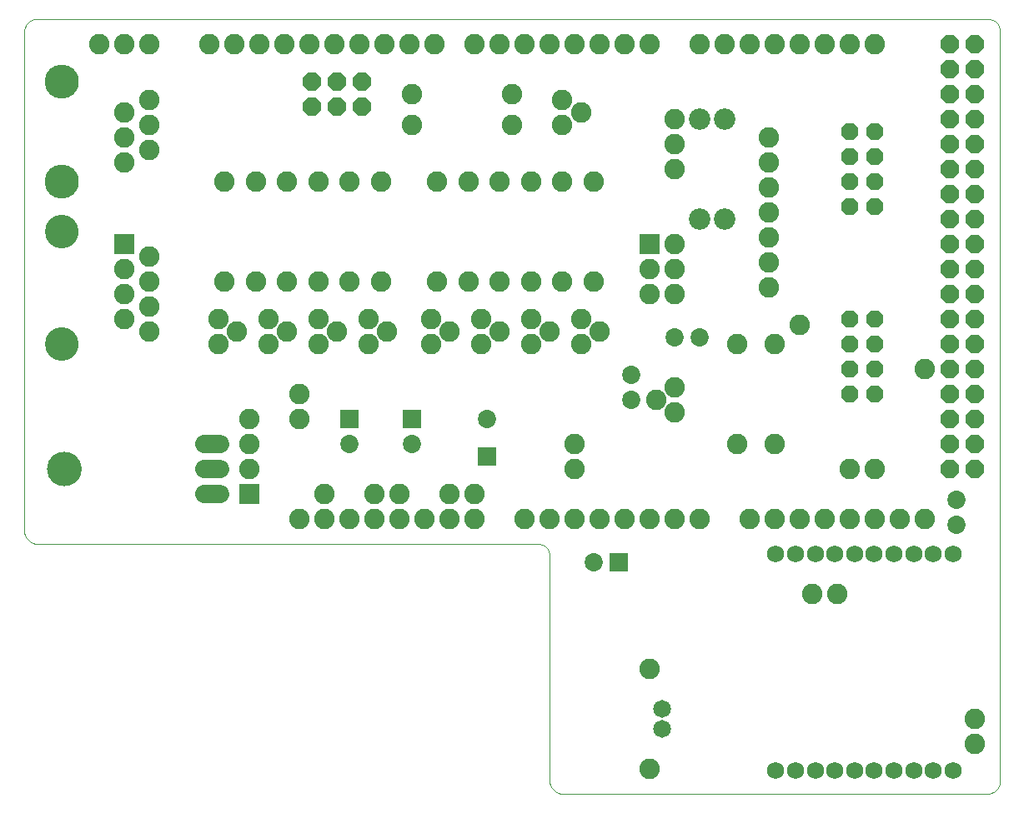
<source format=gbs>
G75*
G70*
%OFA0B0*%
%FSLAX24Y24*%
%IPPOS*%
%LPD*%
%AMOC8*
5,1,8,0,0,1.08239X$1,22.5*
%
%ADD10C,0.0000*%
%ADD11C,0.0820*%
%ADD12R,0.0820X0.0820*%
%ADD13C,0.1340*%
%ADD14C,0.0730*%
%ADD15OC8,0.0720*%
%ADD16C,0.1360*%
%ADD17OC8,0.0680*%
%ADD18C,0.0720*%
%ADD19C,0.1380*%
%ADD20C,0.0714*%
%ADD21C,0.0680*%
%ADD22R,0.0730X0.0730*%
%ADD23C,0.0860*%
D10*
X003392Y011175D02*
X023392Y011175D01*
X023436Y011173D01*
X023479Y011167D01*
X023521Y011158D01*
X023563Y011145D01*
X023603Y011128D01*
X023642Y011108D01*
X023679Y011085D01*
X023713Y011058D01*
X023746Y011029D01*
X023775Y010996D01*
X023802Y010962D01*
X023825Y010925D01*
X023845Y010886D01*
X023862Y010846D01*
X023875Y010804D01*
X023884Y010762D01*
X023890Y010719D01*
X023892Y010675D01*
X023892Y001675D01*
X023894Y001631D01*
X023900Y001588D01*
X023909Y001546D01*
X023922Y001504D01*
X023939Y001464D01*
X023959Y001425D01*
X023982Y001388D01*
X024009Y001354D01*
X024038Y001321D01*
X024071Y001292D01*
X024105Y001265D01*
X024142Y001242D01*
X024181Y001222D01*
X024221Y001205D01*
X024263Y001192D01*
X024305Y001183D01*
X024348Y001177D01*
X024392Y001175D01*
X041392Y001175D01*
X041436Y001177D01*
X041479Y001183D01*
X041521Y001192D01*
X041563Y001205D01*
X041603Y001222D01*
X041642Y001242D01*
X041679Y001265D01*
X041713Y001292D01*
X041746Y001321D01*
X041775Y001354D01*
X041802Y001388D01*
X041825Y001425D01*
X041845Y001464D01*
X041862Y001504D01*
X041875Y001546D01*
X041884Y001588D01*
X041890Y001631D01*
X041892Y001675D01*
X041892Y031675D01*
X041890Y031719D01*
X041884Y031762D01*
X041875Y031804D01*
X041862Y031846D01*
X041845Y031886D01*
X041825Y031925D01*
X041802Y031962D01*
X041775Y031996D01*
X041746Y032029D01*
X041713Y032058D01*
X041679Y032085D01*
X041642Y032108D01*
X041603Y032128D01*
X041563Y032145D01*
X041521Y032158D01*
X041479Y032167D01*
X041436Y032173D01*
X041392Y032175D01*
X003392Y032175D01*
X003348Y032173D01*
X003305Y032167D01*
X003263Y032158D01*
X003221Y032145D01*
X003181Y032128D01*
X003142Y032108D01*
X003105Y032085D01*
X003071Y032058D01*
X003038Y032029D01*
X003009Y031996D01*
X002982Y031962D01*
X002959Y031925D01*
X002939Y031886D01*
X002922Y031846D01*
X002909Y031804D01*
X002900Y031762D01*
X002894Y031719D01*
X002892Y031675D01*
X002892Y011675D01*
X002894Y011631D01*
X002900Y011588D01*
X002909Y011546D01*
X002922Y011504D01*
X002939Y011464D01*
X002959Y011425D01*
X002982Y011388D01*
X003009Y011354D01*
X003038Y011321D01*
X003071Y011292D01*
X003105Y011265D01*
X003142Y011242D01*
X003181Y011222D01*
X003221Y011205D01*
X003263Y011192D01*
X003305Y011183D01*
X003348Y011177D01*
X003392Y011175D01*
X003842Y014175D02*
X003844Y014225D01*
X003850Y014275D01*
X003860Y014325D01*
X003873Y014373D01*
X003890Y014421D01*
X003911Y014467D01*
X003935Y014511D01*
X003963Y014553D01*
X003994Y014593D01*
X004028Y014630D01*
X004065Y014665D01*
X004104Y014696D01*
X004145Y014725D01*
X004189Y014750D01*
X004235Y014772D01*
X004282Y014790D01*
X004330Y014804D01*
X004379Y014815D01*
X004429Y014822D01*
X004479Y014825D01*
X004530Y014824D01*
X004580Y014819D01*
X004630Y014810D01*
X004678Y014798D01*
X004726Y014781D01*
X004772Y014761D01*
X004817Y014738D01*
X004860Y014711D01*
X004900Y014681D01*
X004938Y014648D01*
X004973Y014612D01*
X005006Y014573D01*
X005035Y014532D01*
X005061Y014489D01*
X005084Y014444D01*
X005103Y014397D01*
X005118Y014349D01*
X005130Y014300D01*
X005138Y014250D01*
X005142Y014200D01*
X005142Y014150D01*
X005138Y014100D01*
X005130Y014050D01*
X005118Y014001D01*
X005103Y013953D01*
X005084Y013906D01*
X005061Y013861D01*
X005035Y013818D01*
X005006Y013777D01*
X004973Y013738D01*
X004938Y013702D01*
X004900Y013669D01*
X004860Y013639D01*
X004817Y013612D01*
X004772Y013589D01*
X004726Y013569D01*
X004678Y013552D01*
X004630Y013540D01*
X004580Y013531D01*
X004530Y013526D01*
X004479Y013525D01*
X004429Y013528D01*
X004379Y013535D01*
X004330Y013546D01*
X004282Y013560D01*
X004235Y013578D01*
X004189Y013600D01*
X004145Y013625D01*
X004104Y013654D01*
X004065Y013685D01*
X004028Y013720D01*
X003994Y013757D01*
X003963Y013797D01*
X003935Y013839D01*
X003911Y013883D01*
X003890Y013929D01*
X003873Y013977D01*
X003860Y014025D01*
X003850Y014075D01*
X003844Y014125D01*
X003842Y014175D01*
X003762Y019175D02*
X003764Y019225D01*
X003770Y019275D01*
X003780Y019324D01*
X003794Y019372D01*
X003811Y019419D01*
X003832Y019464D01*
X003857Y019508D01*
X003885Y019549D01*
X003917Y019588D01*
X003951Y019625D01*
X003988Y019659D01*
X004028Y019689D01*
X004070Y019716D01*
X004114Y019740D01*
X004160Y019761D01*
X004207Y019777D01*
X004255Y019790D01*
X004305Y019799D01*
X004354Y019804D01*
X004405Y019805D01*
X004455Y019802D01*
X004504Y019795D01*
X004553Y019784D01*
X004601Y019769D01*
X004647Y019751D01*
X004692Y019729D01*
X004735Y019703D01*
X004776Y019674D01*
X004815Y019642D01*
X004851Y019607D01*
X004883Y019569D01*
X004913Y019529D01*
X004940Y019486D01*
X004963Y019442D01*
X004982Y019396D01*
X004998Y019348D01*
X005010Y019299D01*
X005018Y019250D01*
X005022Y019200D01*
X005022Y019150D01*
X005018Y019100D01*
X005010Y019051D01*
X004998Y019002D01*
X004982Y018954D01*
X004963Y018908D01*
X004940Y018864D01*
X004913Y018821D01*
X004883Y018781D01*
X004851Y018743D01*
X004815Y018708D01*
X004776Y018676D01*
X004735Y018647D01*
X004692Y018621D01*
X004647Y018599D01*
X004601Y018581D01*
X004553Y018566D01*
X004504Y018555D01*
X004455Y018548D01*
X004405Y018545D01*
X004354Y018546D01*
X004305Y018551D01*
X004255Y018560D01*
X004207Y018573D01*
X004160Y018589D01*
X004114Y018610D01*
X004070Y018634D01*
X004028Y018661D01*
X003988Y018691D01*
X003951Y018725D01*
X003917Y018762D01*
X003885Y018801D01*
X003857Y018842D01*
X003832Y018886D01*
X003811Y018931D01*
X003794Y018978D01*
X003780Y019026D01*
X003770Y019075D01*
X003764Y019125D01*
X003762Y019175D01*
X003762Y023675D02*
X003764Y023725D01*
X003770Y023775D01*
X003780Y023824D01*
X003794Y023872D01*
X003811Y023919D01*
X003832Y023964D01*
X003857Y024008D01*
X003885Y024049D01*
X003917Y024088D01*
X003951Y024125D01*
X003988Y024159D01*
X004028Y024189D01*
X004070Y024216D01*
X004114Y024240D01*
X004160Y024261D01*
X004207Y024277D01*
X004255Y024290D01*
X004305Y024299D01*
X004354Y024304D01*
X004405Y024305D01*
X004455Y024302D01*
X004504Y024295D01*
X004553Y024284D01*
X004601Y024269D01*
X004647Y024251D01*
X004692Y024229D01*
X004735Y024203D01*
X004776Y024174D01*
X004815Y024142D01*
X004851Y024107D01*
X004883Y024069D01*
X004913Y024029D01*
X004940Y023986D01*
X004963Y023942D01*
X004982Y023896D01*
X004998Y023848D01*
X005010Y023799D01*
X005018Y023750D01*
X005022Y023700D01*
X005022Y023650D01*
X005018Y023600D01*
X005010Y023551D01*
X004998Y023502D01*
X004982Y023454D01*
X004963Y023408D01*
X004940Y023364D01*
X004913Y023321D01*
X004883Y023281D01*
X004851Y023243D01*
X004815Y023208D01*
X004776Y023176D01*
X004735Y023147D01*
X004692Y023121D01*
X004647Y023099D01*
X004601Y023081D01*
X004553Y023066D01*
X004504Y023055D01*
X004455Y023048D01*
X004405Y023045D01*
X004354Y023046D01*
X004305Y023051D01*
X004255Y023060D01*
X004207Y023073D01*
X004160Y023089D01*
X004114Y023110D01*
X004070Y023134D01*
X004028Y023161D01*
X003988Y023191D01*
X003951Y023225D01*
X003917Y023262D01*
X003885Y023301D01*
X003857Y023342D01*
X003832Y023386D01*
X003811Y023431D01*
X003794Y023478D01*
X003780Y023526D01*
X003770Y023575D01*
X003764Y023625D01*
X003762Y023675D01*
X003752Y025675D02*
X003754Y025725D01*
X003760Y025775D01*
X003770Y025824D01*
X003783Y025873D01*
X003801Y025920D01*
X003822Y025966D01*
X003846Y026009D01*
X003874Y026051D01*
X003905Y026091D01*
X003939Y026128D01*
X003976Y026162D01*
X004016Y026193D01*
X004058Y026221D01*
X004101Y026245D01*
X004147Y026266D01*
X004194Y026284D01*
X004243Y026297D01*
X004292Y026307D01*
X004342Y026313D01*
X004392Y026315D01*
X004442Y026313D01*
X004492Y026307D01*
X004541Y026297D01*
X004590Y026284D01*
X004637Y026266D01*
X004683Y026245D01*
X004726Y026221D01*
X004768Y026193D01*
X004808Y026162D01*
X004845Y026128D01*
X004879Y026091D01*
X004910Y026051D01*
X004938Y026009D01*
X004962Y025966D01*
X004983Y025920D01*
X005001Y025873D01*
X005014Y025824D01*
X005024Y025775D01*
X005030Y025725D01*
X005032Y025675D01*
X005030Y025625D01*
X005024Y025575D01*
X005014Y025526D01*
X005001Y025477D01*
X004983Y025430D01*
X004962Y025384D01*
X004938Y025341D01*
X004910Y025299D01*
X004879Y025259D01*
X004845Y025222D01*
X004808Y025188D01*
X004768Y025157D01*
X004726Y025129D01*
X004683Y025105D01*
X004637Y025084D01*
X004590Y025066D01*
X004541Y025053D01*
X004492Y025043D01*
X004442Y025037D01*
X004392Y025035D01*
X004342Y025037D01*
X004292Y025043D01*
X004243Y025053D01*
X004194Y025066D01*
X004147Y025084D01*
X004101Y025105D01*
X004058Y025129D01*
X004016Y025157D01*
X003976Y025188D01*
X003939Y025222D01*
X003905Y025259D01*
X003874Y025299D01*
X003846Y025341D01*
X003822Y025384D01*
X003801Y025430D01*
X003783Y025477D01*
X003770Y025526D01*
X003760Y025575D01*
X003754Y025625D01*
X003752Y025675D01*
X003752Y029675D02*
X003754Y029725D01*
X003760Y029775D01*
X003770Y029824D01*
X003783Y029873D01*
X003801Y029920D01*
X003822Y029966D01*
X003846Y030009D01*
X003874Y030051D01*
X003905Y030091D01*
X003939Y030128D01*
X003976Y030162D01*
X004016Y030193D01*
X004058Y030221D01*
X004101Y030245D01*
X004147Y030266D01*
X004194Y030284D01*
X004243Y030297D01*
X004292Y030307D01*
X004342Y030313D01*
X004392Y030315D01*
X004442Y030313D01*
X004492Y030307D01*
X004541Y030297D01*
X004590Y030284D01*
X004637Y030266D01*
X004683Y030245D01*
X004726Y030221D01*
X004768Y030193D01*
X004808Y030162D01*
X004845Y030128D01*
X004879Y030091D01*
X004910Y030051D01*
X004938Y030009D01*
X004962Y029966D01*
X004983Y029920D01*
X005001Y029873D01*
X005014Y029824D01*
X005024Y029775D01*
X005030Y029725D01*
X005032Y029675D01*
X005030Y029625D01*
X005024Y029575D01*
X005014Y029526D01*
X005001Y029477D01*
X004983Y029430D01*
X004962Y029384D01*
X004938Y029341D01*
X004910Y029299D01*
X004879Y029259D01*
X004845Y029222D01*
X004808Y029188D01*
X004768Y029157D01*
X004726Y029129D01*
X004683Y029105D01*
X004637Y029084D01*
X004590Y029066D01*
X004541Y029053D01*
X004492Y029043D01*
X004442Y029037D01*
X004392Y029035D01*
X004342Y029037D01*
X004292Y029043D01*
X004243Y029053D01*
X004194Y029066D01*
X004147Y029084D01*
X004101Y029105D01*
X004058Y029129D01*
X004016Y029157D01*
X003976Y029188D01*
X003939Y029222D01*
X003905Y029259D01*
X003874Y029299D01*
X003846Y029341D01*
X003822Y029384D01*
X003801Y029430D01*
X003783Y029477D01*
X003770Y029526D01*
X003760Y029575D01*
X003754Y029625D01*
X003752Y029675D01*
D11*
X005892Y031175D03*
X006892Y031175D03*
X007892Y031175D03*
X010292Y031175D03*
X011292Y031175D03*
X012292Y031175D03*
X013292Y031175D03*
X014292Y031175D03*
X015292Y031175D03*
X016292Y031175D03*
X017292Y031175D03*
X018292Y031175D03*
X019292Y031175D03*
X020892Y031175D03*
X021892Y031175D03*
X022892Y031175D03*
X023892Y031175D03*
X024892Y031175D03*
X025892Y031175D03*
X026892Y031175D03*
X027892Y031175D03*
X029892Y031175D03*
X030892Y031175D03*
X031892Y031175D03*
X032892Y031175D03*
X033892Y031175D03*
X034892Y031175D03*
X035892Y031175D03*
X036892Y031175D03*
X032642Y027425D03*
X032642Y026425D03*
X032642Y025425D03*
X032642Y024425D03*
X032642Y023425D03*
X032642Y022425D03*
X032642Y021425D03*
X033892Y019925D03*
X032892Y019175D03*
X031392Y019175D03*
X028892Y017425D03*
X028142Y016925D03*
X028892Y016425D03*
X031392Y015175D03*
X032892Y015175D03*
X035892Y014175D03*
X036892Y014175D03*
X036892Y012175D03*
X037892Y012175D03*
X038892Y012175D03*
X035892Y012175D03*
X034892Y012175D03*
X033892Y012175D03*
X032892Y012175D03*
X031892Y012175D03*
X029892Y012175D03*
X028892Y012175D03*
X027892Y012175D03*
X026892Y012175D03*
X025892Y012175D03*
X024892Y012175D03*
X023892Y012175D03*
X022892Y012175D03*
X020892Y012175D03*
X019892Y012175D03*
X019892Y013175D03*
X020892Y013175D03*
X018892Y012175D03*
X017892Y012175D03*
X016892Y012175D03*
X016892Y013175D03*
X017892Y013175D03*
X015892Y012175D03*
X014892Y012175D03*
X013892Y012175D03*
X014892Y013175D03*
X011892Y014175D03*
X011892Y015175D03*
X011892Y016175D03*
X013892Y016175D03*
X013892Y017175D03*
X014642Y019175D03*
X015392Y019675D03*
X014642Y020175D03*
X013392Y019675D03*
X012642Y020175D03*
X012642Y019175D03*
X011392Y019675D03*
X010642Y020175D03*
X010642Y019175D03*
X007892Y019675D03*
X007892Y020675D03*
X007892Y021675D03*
X007892Y022675D03*
X006892Y022175D03*
X006892Y021175D03*
X006892Y020175D03*
X010892Y021675D03*
X012142Y021675D03*
X013392Y021675D03*
X014642Y021675D03*
X015892Y021675D03*
X017142Y021675D03*
X016642Y020175D03*
X017392Y019675D03*
X016642Y019175D03*
X019142Y019175D03*
X019892Y019675D03*
X019142Y020175D03*
X019392Y021675D03*
X020642Y021675D03*
X021892Y021675D03*
X023142Y021675D03*
X024392Y021675D03*
X025642Y021675D03*
X025142Y020175D03*
X025892Y019675D03*
X025142Y019175D03*
X023892Y019675D03*
X023142Y020175D03*
X023142Y019175D03*
X021892Y019675D03*
X021142Y020175D03*
X021142Y019175D03*
X024892Y015175D03*
X024892Y014175D03*
X027892Y021175D03*
X028892Y021175D03*
X028892Y022175D03*
X027892Y022175D03*
X028892Y023175D03*
X025642Y025675D03*
X024392Y025675D03*
X023142Y025675D03*
X021892Y025675D03*
X020642Y025675D03*
X019392Y025675D03*
X017142Y025675D03*
X015892Y025675D03*
X014642Y025675D03*
X013392Y025675D03*
X012142Y025675D03*
X010892Y025675D03*
X007892Y026925D03*
X007892Y027925D03*
X007892Y028925D03*
X006892Y028425D03*
X006892Y027425D03*
X006892Y026425D03*
X018392Y027925D03*
X018392Y029175D03*
X022392Y029175D03*
X022392Y027925D03*
X024392Y027925D03*
X025142Y028425D03*
X024392Y028925D03*
X028892Y028175D03*
X028892Y027175D03*
X028892Y026175D03*
X038892Y018175D03*
X035392Y009175D03*
X034392Y009175D03*
X027892Y006175D03*
X027892Y002175D03*
X040892Y003175D03*
X040892Y004175D03*
D12*
X027892Y023175D03*
X011892Y013175D03*
X006892Y023175D03*
D13*
X004392Y023675D03*
X004392Y019175D03*
D14*
X015892Y015175D03*
X018392Y015175D03*
X021392Y016175D03*
X027142Y016925D03*
X027142Y017925D03*
X028892Y019425D03*
X029892Y019425D03*
X040142Y012925D03*
X040142Y011925D03*
X025642Y010425D03*
D15*
X039892Y014175D03*
X040892Y014175D03*
X040892Y015175D03*
X039892Y015175D03*
X039892Y016175D03*
X040892Y016175D03*
X040892Y017175D03*
X039892Y017175D03*
X039892Y018175D03*
X040892Y018175D03*
X040892Y019175D03*
X039892Y019175D03*
X039892Y020175D03*
X040892Y020175D03*
X040892Y021175D03*
X039892Y021175D03*
X039892Y022175D03*
X040892Y022175D03*
X040892Y023175D03*
X039892Y023175D03*
X039892Y024175D03*
X040892Y024175D03*
X040892Y025175D03*
X039892Y025175D03*
X039892Y026175D03*
X040892Y026175D03*
X040892Y027175D03*
X039892Y027175D03*
X039892Y028175D03*
X040892Y028175D03*
X040892Y029175D03*
X039892Y029175D03*
X039892Y030175D03*
X040892Y030175D03*
X040892Y031175D03*
X039892Y031175D03*
X016392Y029675D03*
X015392Y029675D03*
X014392Y029675D03*
X014392Y028675D03*
X015392Y028675D03*
X016392Y028675D03*
D16*
X004392Y029675D03*
X004392Y025675D03*
D17*
X035892Y025675D03*
X036892Y025675D03*
X036892Y024675D03*
X035892Y024675D03*
X035892Y026675D03*
X036892Y026675D03*
X036892Y027675D03*
X035892Y027675D03*
X035892Y020175D03*
X036892Y020175D03*
X036892Y019175D03*
X035892Y019175D03*
X035892Y018175D03*
X036892Y018175D03*
X036892Y017175D03*
X035892Y017175D03*
D18*
X010712Y015175D02*
X010072Y015175D01*
X010072Y014175D02*
X010712Y014175D01*
X010712Y013175D02*
X010072Y013175D01*
D19*
X004492Y014175D03*
D20*
X028392Y004569D03*
X028392Y003781D03*
D21*
X032929Y002094D03*
X033717Y002094D03*
X034504Y002094D03*
X035292Y002094D03*
X036079Y002094D03*
X036866Y002094D03*
X037654Y002094D03*
X038441Y002094D03*
X039229Y002094D03*
X040016Y002094D03*
X040016Y010756D03*
X039229Y010756D03*
X038441Y010756D03*
X037654Y010756D03*
X036866Y010756D03*
X036079Y010756D03*
X035292Y010756D03*
X034504Y010756D03*
X033717Y010756D03*
X032929Y010756D03*
D22*
X026642Y010425D03*
X021392Y014675D03*
X018392Y016175D03*
X015892Y016175D03*
D23*
X029892Y024175D03*
X030892Y024175D03*
X030892Y028175D03*
X029892Y028175D03*
M02*

</source>
